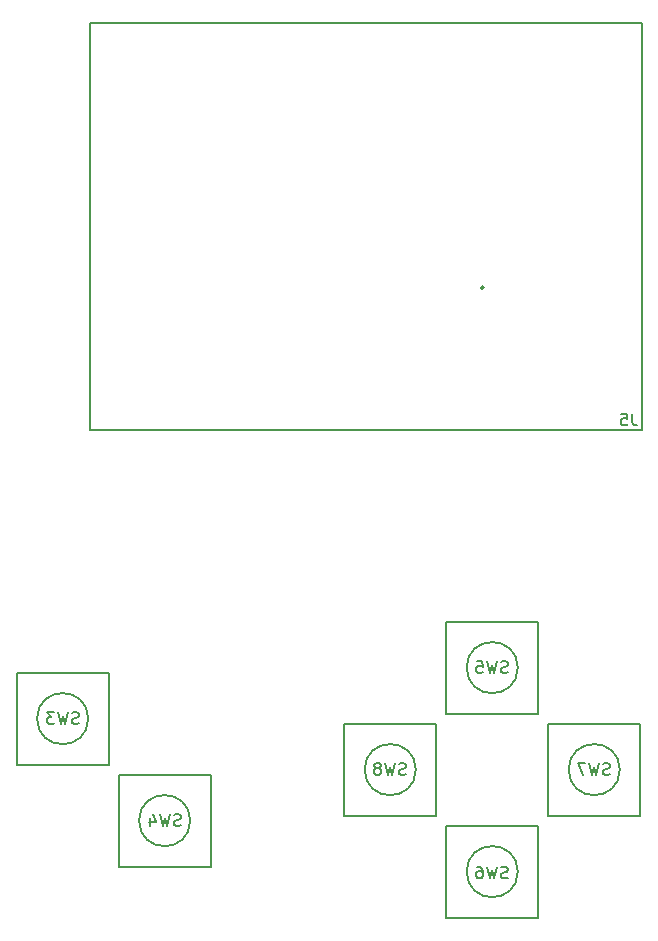
<source format=gbr>
G04 #@! TF.FileFunction,Legend,Bot*
%FSLAX46Y46*%
G04 Gerber Fmt 4.6, Leading zero omitted, Abs format (unit mm)*
G04 Created by KiCad (PCBNEW 4.0.7) date 03/24/18 20:50:43*
%MOMM*%
%LPD*%
G01*
G04 APERTURE LIST*
%ADD10C,0.100000*%
%ADD11C,0.150000*%
G04 APERTURE END LIST*
D10*
D11*
X33633931Y-92837000D02*
G75*
G03X33633931Y-92837000I-2163331J0D01*
G01*
X35370600Y-96737000D02*
X27570600Y-96737000D01*
X27570600Y-96737000D02*
X27570600Y-88937000D01*
X35370600Y-88937000D02*
X27570600Y-88937000D01*
X35370600Y-96737000D02*
X35370600Y-88937000D01*
X42269931Y-101473000D02*
G75*
G03X42269931Y-101473000I-2163331J0D01*
G01*
X44006600Y-105373000D02*
X36206600Y-105373000D01*
X36206600Y-105373000D02*
X36206600Y-97573000D01*
X44006600Y-97573000D02*
X36206600Y-97573000D01*
X44006600Y-105373000D02*
X44006600Y-97573000D01*
X70006731Y-88519000D02*
G75*
G03X70006731Y-88519000I-2163331J0D01*
G01*
X63943400Y-84619000D02*
X71743400Y-84619000D01*
X71743400Y-84619000D02*
X71743400Y-92419000D01*
X63943400Y-92419000D02*
X71743400Y-92419000D01*
X63943400Y-84619000D02*
X63943400Y-92419000D01*
X70006731Y-105791000D02*
G75*
G03X70006731Y-105791000I-2163331J0D01*
G01*
X63943400Y-101891000D02*
X71743400Y-101891000D01*
X71743400Y-101891000D02*
X71743400Y-109691000D01*
X63943400Y-109691000D02*
X71743400Y-109691000D01*
X63943400Y-101891000D02*
X63943400Y-109691000D01*
X78642731Y-97155000D02*
G75*
G03X78642731Y-97155000I-2163331J0D01*
G01*
X72579400Y-93255000D02*
X80379400Y-93255000D01*
X80379400Y-93255000D02*
X80379400Y-101055000D01*
X72579400Y-101055000D02*
X80379400Y-101055000D01*
X72579400Y-93255000D02*
X72579400Y-101055000D01*
X61370731Y-97155000D02*
G75*
G03X61370731Y-97155000I-2163331J0D01*
G01*
X63107400Y-101055000D02*
X55307400Y-101055000D01*
X55307400Y-101055000D02*
X55307400Y-93255000D01*
X63107400Y-93255000D02*
X55307400Y-93255000D01*
X63107400Y-101055000D02*
X63107400Y-93255000D01*
X67135821Y-56355600D02*
G75*
G03X67135821Y-56355600I-141421J0D01*
G01*
X80492600Y-33909000D02*
X33782000Y-33909000D01*
X33782000Y-33909000D02*
X33782000Y-68402200D01*
X33782000Y-68402200D02*
X80492600Y-68402200D01*
X80492600Y-68402200D02*
X80492600Y-33909000D01*
X32829333Y-93241762D02*
X32686476Y-93289381D01*
X32448380Y-93289381D01*
X32353142Y-93241762D01*
X32305523Y-93194143D01*
X32257904Y-93098905D01*
X32257904Y-93003667D01*
X32305523Y-92908429D01*
X32353142Y-92860810D01*
X32448380Y-92813190D01*
X32638857Y-92765571D01*
X32734095Y-92717952D01*
X32781714Y-92670333D01*
X32829333Y-92575095D01*
X32829333Y-92479857D01*
X32781714Y-92384619D01*
X32734095Y-92337000D01*
X32638857Y-92289381D01*
X32400761Y-92289381D01*
X32257904Y-92337000D01*
X31924571Y-92289381D02*
X31686476Y-93289381D01*
X31495999Y-92575095D01*
X31305523Y-93289381D01*
X31067428Y-92289381D01*
X30781714Y-92289381D02*
X30162666Y-92289381D01*
X30496000Y-92670333D01*
X30353142Y-92670333D01*
X30257904Y-92717952D01*
X30210285Y-92765571D01*
X30162666Y-92860810D01*
X30162666Y-93098905D01*
X30210285Y-93194143D01*
X30257904Y-93241762D01*
X30353142Y-93289381D01*
X30638857Y-93289381D01*
X30734095Y-93241762D01*
X30781714Y-93194143D01*
X41465333Y-101877762D02*
X41322476Y-101925381D01*
X41084380Y-101925381D01*
X40989142Y-101877762D01*
X40941523Y-101830143D01*
X40893904Y-101734905D01*
X40893904Y-101639667D01*
X40941523Y-101544429D01*
X40989142Y-101496810D01*
X41084380Y-101449190D01*
X41274857Y-101401571D01*
X41370095Y-101353952D01*
X41417714Y-101306333D01*
X41465333Y-101211095D01*
X41465333Y-101115857D01*
X41417714Y-101020619D01*
X41370095Y-100973000D01*
X41274857Y-100925381D01*
X41036761Y-100925381D01*
X40893904Y-100973000D01*
X40560571Y-100925381D02*
X40322476Y-101925381D01*
X40131999Y-101211095D01*
X39941523Y-101925381D01*
X39703428Y-100925381D01*
X38893904Y-101258714D02*
X38893904Y-101925381D01*
X39132000Y-100877762D02*
X39370095Y-101592048D01*
X38751047Y-101592048D01*
X69151333Y-88923762D02*
X69008476Y-88971381D01*
X68770380Y-88971381D01*
X68675142Y-88923762D01*
X68627523Y-88876143D01*
X68579904Y-88780905D01*
X68579904Y-88685667D01*
X68627523Y-88590429D01*
X68675142Y-88542810D01*
X68770380Y-88495190D01*
X68960857Y-88447571D01*
X69056095Y-88399952D01*
X69103714Y-88352333D01*
X69151333Y-88257095D01*
X69151333Y-88161857D01*
X69103714Y-88066619D01*
X69056095Y-88019000D01*
X68960857Y-87971381D01*
X68722761Y-87971381D01*
X68579904Y-88019000D01*
X68246571Y-87971381D02*
X68008476Y-88971381D01*
X67817999Y-88257095D01*
X67627523Y-88971381D01*
X67389428Y-87971381D01*
X66532285Y-87971381D02*
X67008476Y-87971381D01*
X67056095Y-88447571D01*
X67008476Y-88399952D01*
X66913238Y-88352333D01*
X66675142Y-88352333D01*
X66579904Y-88399952D01*
X66532285Y-88447571D01*
X66484666Y-88542810D01*
X66484666Y-88780905D01*
X66532285Y-88876143D01*
X66579904Y-88923762D01*
X66675142Y-88971381D01*
X66913238Y-88971381D01*
X67008476Y-88923762D01*
X67056095Y-88876143D01*
X69151333Y-106322762D02*
X69008476Y-106370381D01*
X68770380Y-106370381D01*
X68675142Y-106322762D01*
X68627523Y-106275143D01*
X68579904Y-106179905D01*
X68579904Y-106084667D01*
X68627523Y-105989429D01*
X68675142Y-105941810D01*
X68770380Y-105894190D01*
X68960857Y-105846571D01*
X69056095Y-105798952D01*
X69103714Y-105751333D01*
X69151333Y-105656095D01*
X69151333Y-105560857D01*
X69103714Y-105465619D01*
X69056095Y-105418000D01*
X68960857Y-105370381D01*
X68722761Y-105370381D01*
X68579904Y-105418000D01*
X68246571Y-105370381D02*
X68008476Y-106370381D01*
X67817999Y-105656095D01*
X67627523Y-106370381D01*
X67389428Y-105370381D01*
X66579904Y-105370381D02*
X66770381Y-105370381D01*
X66865619Y-105418000D01*
X66913238Y-105465619D01*
X67008476Y-105608476D01*
X67056095Y-105798952D01*
X67056095Y-106179905D01*
X67008476Y-106275143D01*
X66960857Y-106322762D01*
X66865619Y-106370381D01*
X66675142Y-106370381D01*
X66579904Y-106322762D01*
X66532285Y-106275143D01*
X66484666Y-106179905D01*
X66484666Y-105941810D01*
X66532285Y-105846571D01*
X66579904Y-105798952D01*
X66675142Y-105751333D01*
X66865619Y-105751333D01*
X66960857Y-105798952D01*
X67008476Y-105846571D01*
X67056095Y-105941810D01*
X77787333Y-97559762D02*
X77644476Y-97607381D01*
X77406380Y-97607381D01*
X77311142Y-97559762D01*
X77263523Y-97512143D01*
X77215904Y-97416905D01*
X77215904Y-97321667D01*
X77263523Y-97226429D01*
X77311142Y-97178810D01*
X77406380Y-97131190D01*
X77596857Y-97083571D01*
X77692095Y-97035952D01*
X77739714Y-96988333D01*
X77787333Y-96893095D01*
X77787333Y-96797857D01*
X77739714Y-96702619D01*
X77692095Y-96655000D01*
X77596857Y-96607381D01*
X77358761Y-96607381D01*
X77215904Y-96655000D01*
X76882571Y-96607381D02*
X76644476Y-97607381D01*
X76453999Y-96893095D01*
X76263523Y-97607381D01*
X76025428Y-96607381D01*
X75739714Y-96607381D02*
X75073047Y-96607381D01*
X75501619Y-97607381D01*
X60515333Y-97559762D02*
X60372476Y-97607381D01*
X60134380Y-97607381D01*
X60039142Y-97559762D01*
X59991523Y-97512143D01*
X59943904Y-97416905D01*
X59943904Y-97321667D01*
X59991523Y-97226429D01*
X60039142Y-97178810D01*
X60134380Y-97131190D01*
X60324857Y-97083571D01*
X60420095Y-97035952D01*
X60467714Y-96988333D01*
X60515333Y-96893095D01*
X60515333Y-96797857D01*
X60467714Y-96702619D01*
X60420095Y-96655000D01*
X60324857Y-96607381D01*
X60086761Y-96607381D01*
X59943904Y-96655000D01*
X59610571Y-96607381D02*
X59372476Y-97607381D01*
X59181999Y-96893095D01*
X58991523Y-97607381D01*
X58753428Y-96607381D01*
X58229619Y-97035952D02*
X58324857Y-96988333D01*
X58372476Y-96940714D01*
X58420095Y-96845476D01*
X58420095Y-96797857D01*
X58372476Y-96702619D01*
X58324857Y-96655000D01*
X58229619Y-96607381D01*
X58039142Y-96607381D01*
X57943904Y-96655000D01*
X57896285Y-96702619D01*
X57848666Y-96797857D01*
X57848666Y-96845476D01*
X57896285Y-96940714D01*
X57943904Y-96988333D01*
X58039142Y-97035952D01*
X58229619Y-97035952D01*
X58324857Y-97083571D01*
X58372476Y-97131190D01*
X58420095Y-97226429D01*
X58420095Y-97416905D01*
X58372476Y-97512143D01*
X58324857Y-97559762D01*
X58229619Y-97607381D01*
X58039142Y-97607381D01*
X57943904Y-97559762D01*
X57896285Y-97512143D01*
X57848666Y-97416905D01*
X57848666Y-97226429D01*
X57896285Y-97131190D01*
X57943904Y-97083571D01*
X58039142Y-97035952D01*
X79708333Y-67016381D02*
X79708333Y-67730667D01*
X79755953Y-67873524D01*
X79851191Y-67968762D01*
X79994048Y-68016381D01*
X80089286Y-68016381D01*
X78755952Y-67016381D02*
X79232143Y-67016381D01*
X79279762Y-67492571D01*
X79232143Y-67444952D01*
X79136905Y-67397333D01*
X78898809Y-67397333D01*
X78803571Y-67444952D01*
X78755952Y-67492571D01*
X78708333Y-67587810D01*
X78708333Y-67825905D01*
X78755952Y-67921143D01*
X78803571Y-67968762D01*
X78898809Y-68016381D01*
X79136905Y-68016381D01*
X79232143Y-67968762D01*
X79279762Y-67921143D01*
M02*

</source>
